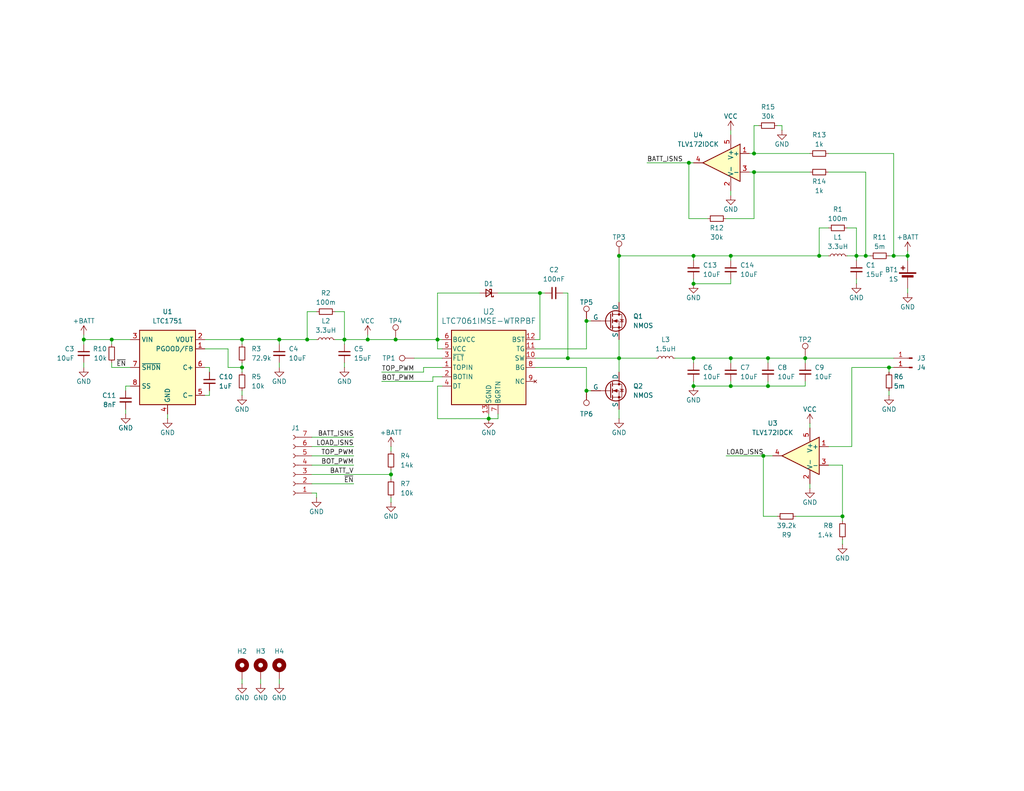
<source format=kicad_sch>
(kicad_sch (version 20231120) (generator "eeschema") (generator_version "8.0")
  (paper "USLetter")
  (title_block (title "Terminator Cutdown Power Stage") (date "2025-02-13") (rev "V1.0") (comment 1 "Michael Shipman"))
  (lib_symbols
    (symbol "Amplifier_Operational:TLV172IDCK" (pin_names (offset 0.127))
      (property "Reference" "U" (at 7.62 2.54 0))
      (property "Value" "TLV172IDCK" (at 11.43 -2.54 0))
      (symbol "TLV172IDCK_0_1"
        (polyline (pts (xy -2.54 5.08) (xy -2.54 -5.08) (xy 7.62 0) (xy -2.54 5.08)) (stroke (width 0.254)) (fill (type background)))
      )
      (symbol "TLV172IDCK_1_1"
        (pin input line (at -5.08 2.54 0) (length 2.54) (name "+") (number "1"))
        (pin power_in line (at 0 -7.62 90) (length 3.81) (name "V-") (number "2"))
        (pin input line (at -5.08 -2.54 0) (length 2.54) (name "-") (number "3"))
        (pin output line (at 10.16 0 180) (length 2.54) (name "~") (number "4"))
        (pin power_in line (at 0 7.62 270) (length 3.81) (name "V+") (number "5"))
      )
    )
    (symbol "BPP_Lib:LTC7061IMSE-WTRPBF" (pin_names (offset 0.254))
      (property "Reference" "U2" (at 0 15.24 0))
      (property "Value" "LTC7061IMSE-WTRPBF" (at 0 12.7 0))
      (symbol "LTC7061IMSE-WTRPBF_0_1"
        (pin input line (at -12.7 0 0) (length 2.54) (name "TOPIN") (number "1"))
        (pin unspecified line (at 12.7 2.54 180) (length 2.54) (name "SW") (number "10"))
        (pin output line (at 12.7 5.08 180) (length 2.54) (name "TG") (number "11"))
        (pin power_in line (at 12.7 7.62 180) (length 2.54) (name "BST") (number "12"))
        (pin power_out line (at 0 -12.7 90) (length 2.54) (name "SGND") (number "13"))
        (pin input line (at -12.7 -2.54 0) (length 2.54) (name "BOTIN") (number "2"))
        (pin unspecified line (at -12.7 -5.08 0) (length 2.54) (name "DT") (number "4"))
        (pin power_in line (at -12.7 5.08 0) (length 2.54) (name "VCC") (number "5"))
        (pin power_in line (at -12.7 7.62 0) (length 2.54) (name "BGVCC") (number "6"))
        (pin unspecified line (at 2.54 -12.7 90) (length 2.54) (name "BGRTN") (number "7"))
        (pin output line (at 12.7 0 180) (length 2.54) (name "BG") (number "8"))
        (pin no_connect line (at 12.7 -3.81 180) (length 2.54) (name "NC") (number "9"))
      )
      (symbol "LTC7061IMSE-WTRPBF_1_1"
        (rectangle (start -10.16 10.16) (end 10.16 -10.16) (stroke (width 0.254)) (fill (type background)))
        (pin output line (at -12.7 2.54 0) (length 2.54) (name "~{FLT}") (number "3"))
      )
    )
    (symbol "Connector:Conn_01x01_Pin" (pin_names (offset 1.016) hide)
      (property "Reference" "J" (at 0 2.54 0))
      (property "Value" "Conn_01x01_Pin" (at 0 -2.54 0))
      (symbol "Conn_01x01_Pin_1_1"
        (polyline (pts (xy 1.27 0) (xy 0.8636 0)) (stroke (width 0.1524)))
        (rectangle (start 0.8636 0.127) (end 0 -0.127) (stroke (width 0.1524)) (fill (type outline)))
        (pin passive line (at 5.08 0 180) (length 3.81) (name "Pin_1") (number "1"))
      )
    )
    (symbol "Connector:Conn_01x07_Socket" (pin_names (offset 1.016) hide)
      (property "Reference" "J" (at 0 10.16 0))
      (property "Value" "Conn_01x07_Socket" (at 0 -10.16 0))
      (symbol "Conn_01x07_Socket_1_1"
        (arc (start 0 -7.112) (mid -0.5058 -7.62) (end 0 -8.128) (stroke (width 0.1524)))
        (arc (start 0 -4.572) (mid -0.5058 -5.08) (end 0 -5.588) (stroke (width 0.1524)))
        (arc (start 0 -2.032) (mid -0.5058 -2.54) (end 0 -3.048) (stroke (width 0.1524)))
        (polyline (pts (xy -1.27 -7.62) (xy -0.508 -7.62)) (stroke (width 0.1524)))
        (polyline (pts (xy -1.27 -5.08) (xy -0.508 -5.08)) (stroke (width 0.1524)))
        (polyline (pts (xy -1.27 -2.54) (xy -0.508 -2.54)) (stroke (width 0.1524)))
        (polyline (pts (xy -1.27 0) (xy -0.508 0)) (stroke (width 0.1524)))
        (polyline (pts (xy -1.27 2.54) (xy -0.508 2.54)) (stroke (width 0.1524)))
        (polyline (pts (xy -1.27 5.08) (xy -0.508 5.08)) (stroke (width 0.1524)))
        (polyline (pts (xy -1.27 7.62) (xy -0.508 7.62)) (stroke (width 0.1524)))
        (arc (start 0 0.508) (mid -0.5058 0) (end 0 -0.508) (stroke (width 0.1524)))
        (arc (start 0 3.048) (mid -0.5058 2.54) (end 0 2.032) (stroke (width 0.1524)))
        (arc (start 0 5.588) (mid -0.5058 5.08) (end 0 4.572) (stroke (width 0.1524)))
        (arc (start 0 8.128) (mid -0.5058 7.62) (end 0 7.112) (stroke (width 0.1524)))
        (pin passive line (at -5.08 7.62 0) (length 3.81) (name "Pin_1") (number "1"))
        (pin passive line (at -5.08 5.08 0) (length 3.81) (name "Pin_2") (number "2"))
        (pin passive line (at -5.08 2.54 0) (length 3.81) (name "Pin_3") (number "3"))
        (pin passive line (at -5.08 0 0) (length 3.81) (name "Pin_4") (number "4"))
        (pin passive line (at -5.08 -2.54 0) (length 3.81) (name "Pin_5") (number "5"))
        (pin passive line (at -5.08 -5.08 0) (length 3.81) (name "Pin_6") (number "6"))
        (pin passive line (at -5.08 -7.62 0) (length 3.81) (name "Pin_7") (number "7"))
      )
    )
    (symbol "Connector:TestPoint" (pin_numbers hide) (pin_names (offset 0.762) hide)
      (property "Reference" "TP" (at 0 6.858 0))
      (property "Value" "TestPoint" (at 0 5.08 0))
      (symbol "TestPoint_0_1"
        (circle (center 0 3.302) (radius 0.762))
      )
      (symbol "TestPoint_1_1"
        (pin passive line (at 0 0 90) (length 2.54) (name "1") (number "1"))
      )
    )
    (symbol "Device:Battery_Cell" (pin_numbers hide) (pin_names (offset 0) hide)
      (property "Reference" "BT1" (at 3.81 3.1116 0))
      (property "Value" "1S" (at 3.81 0.5716 0))
      (symbol "Battery_Cell_0_1"
        (rectangle (start -2.286 1.778) (end 2.286 1.524) (fill (type outline)))
        (rectangle (start -1.524 1.016) (end 1.524 0.508) (fill (type outline)))
        (polyline (pts (xy 0 0.762) (xy 0 0)))
        (polyline (pts (xy 0 1.778) (xy 0 2.54)))
        (polyline (pts (xy 0.762 3.048) (xy 1.778 3.048)) (stroke (width 0.254)))
        (polyline (pts (xy 1.27 3.556) (xy 1.27 2.54)) (stroke (width 0.254)))
      )
      (symbol "Battery_Cell_1_1"
        (pin passive line (at 0 -2.54 90) (length 2.54) (name "-") (number "1"))
        (pin passive line (at 0 5.08 270) (length 2.54) (name "+") (number "2"))
      )
    )
    (symbol "Device:C_Small" (pin_numbers hide) (pin_names (offset 0.254) hide)
      (property "Reference" "C" (at 0.254 1.778 0))
      (property "Value" "C_Small" (at 0.254 -2.032 0))
      (symbol "C_Small_0_1"
        (polyline (pts (xy -1.524 -0.508) (xy 1.524 -0.508)) (stroke (width 0.3302)))
        (polyline (pts (xy -1.524 0.508) (xy 1.524 0.508)) (stroke (width 0.3048)))
      )
      (symbol "C_Small_1_1"
        (pin passive line (at 0 2.54 270) (length 2.032) (name "~") (number "1"))
        (pin passive line (at 0 -2.54 90) (length 2.032) (name "~") (number "2"))
      )
    )
    (symbol "Device:D_Schottky_Small" (pin_numbers hide) (pin_names (offset 0.254) hide)
      (property "Reference" "D" (at -1.27 2.032 0))
      (property "Value" "D_Schottky_Small" (at -7.112 -2.032 0))
      (symbol "D_Schottky_Small_0_1"
        (polyline (pts (xy -0.762 0) (xy 0.762 0)))
        (polyline (pts (xy 0.762 -1.016) (xy -0.762 0) (xy 0.762 1.016) (xy 0.762 -1.016)) (stroke (width 0.254)))
        (polyline (pts (xy -1.27 0.762) (xy -1.27 1.016) (xy -0.762 1.016) (xy -0.762 -1.016) (xy -0.254 -1.016) (xy -0.254 -0.762)) (stroke (width 0.254)))
      )
      (symbol "D_Schottky_Small_1_1"
        (pin passive line (at -2.54 0 0) (length 1.778) (name "K") (number "1"))
        (pin passive line (at 2.54 0 180) (length 1.778) (name "A") (number "2"))
      )
    )
    (symbol "Device:L_Small" (pin_numbers hide) (pin_names (offset 0.254) hide)
      (property "Reference" "L" (at 0.762 1.016 0))
      (property "Value" "L_Small" (at 0.762 -1.016 0))
      (symbol "L_Small_0_1"
        (arc (start 0 -2.032) (mid 0.5058 -1.524) (end 0 -1.016))
        (arc (start 0 -1.016) (mid 0.5058 -0.508) (end 0 0))
        (arc (start 0 0) (mid 0.5058 0.508) (end 0 1.016))
        (arc (start 0 1.016) (mid 0.5058 1.524) (end 0 2.032))
      )
      (symbol "L_Small_1_1"
        (pin passive line (at 0 2.54 270) (length 0.508) (name "~") (number "1"))
        (pin passive line (at 0 -2.54 90) (length 0.508) (name "~") (number "2"))
      )
    )
    (symbol "Device:R_Small" (pin_numbers hide) (pin_names (offset 0.254) hide)
      (property "Reference" "R" (at 0.762 0.508 0))
      (property "Value" "R_Small" (at 0.762 -1.016 0))
      (symbol "R_Small_0_1"
        (rectangle (start -0.762 1.778) (end 0.762 -1.778) (stroke (width 0.2032)))
      )
      (symbol "R_Small_1_1"
        (pin passive line (at 0 2.54 270) (length 0.762) (name "~") (number "1"))
        (pin passive line (at 0 -2.54 90) (length 0.762) (name "~") (number "2"))
      )
    )
    (symbol "Mechanical:MountingHole_Pad" (pin_numbers hide) (pin_names (offset 1.016) hide) (exclude_from_sim yes) (in_bom no)
      (property "Reference" "H" (at 0 6.35 0))
      (property "Value" "MountingHole_Pad" (at 0 4.445 0))
      (symbol "MountingHole_Pad_0_1"
        (circle (center 0 1.27) (radius 1.27) (stroke (width 1.27)))
      )
      (symbol "MountingHole_Pad_1_1"
        (pin input line (at 0 -2.54 90) (length 2.54) (name "1") (number "1"))
      )
    )
    (symbol "Regulator_SwitchedCapacitor:LTC1751"
      (property "Reference" "U" (at -6.35 12.7 0))
      (property "Value" "LTC1751" (at 5.08 12.7 0))
      (symbol "LTC1751_0_1"
        (rectangle (start -7.62 10.16) (end 7.62 -10.16) (stroke (width 0.254)) (fill (type background)))
      )
      (symbol "LTC1751_1_1"
        (pin output line (at 10.16 5.08 180) (length 2.54) (name "PGOOD/FB") (number "1"))
        (pin power_out line (at 10.16 7.62 180) (length 2.54) (name "VOUT") (number "2"))
        (pin power_in line (at -10.16 7.62 0) (length 2.54) (name "VIN") (number "3"))
        (pin power_in line (at 0 -12.7 90) (length 2.54) (name "GND") (number "4"))
        (pin input line (at 10.16 -7.62 180) (length 2.54) (name "C-") (number "5"))
        (pin input line (at 10.16 0 180) (length 2.54) (name "C+") (number "6"))
        (pin input line (at -10.16 0 0) (length 2.54) (name "~{SHDN}") (number "7"))
        (pin input line (at -10.16 -5.08 0) (length 2.54) (name "SS") (number "8"))
      )
    )
    (symbol "Simulation_SPICE:NMOS" (pin_numbers hide) (pin_names (offset 0))
      (property "Reference" "Q" (at 5.08 1.27 0))
      (property "Value" "NMOS" (at 5.08 -1.27 0))
      (symbol "NMOS_0_1"
        (polyline (pts (xy 0.254 0) (xy -2.54 0)))
        (polyline (pts (xy 0.254 1.905) (xy 0.254 -1.905)) (stroke (width 0.254)))
        (polyline (pts (xy 0.762 -1.27) (xy 0.762 -2.286)) (stroke (width 0.254)))
        (polyline (pts (xy 0.762 0.508) (xy 0.762 -0.508)) (stroke (width 0.254)))
        (polyline (pts (xy 0.762 2.286) (xy 0.762 1.27)) (stroke (width 0.254)))
        (polyline (pts (xy 2.54 2.54) (xy 2.54 1.778)))
        (polyline (pts (xy 2.54 -2.54) (xy 2.54 0) (xy 0.762 0)))
        (polyline (pts (xy 0.762 -1.778) (xy 3.302 -1.778) (xy 3.302 1.778) (xy 0.762 1.778)))
        (polyline (pts (xy 1.016 0) (xy 2.032 0.381) (xy 2.032 -0.381) (xy 1.016 0)) (fill (type outline)))
        (polyline (pts (xy 2.794 0.508) (xy 2.921 0.381) (xy 3.683 0.381) (xy 3.81 0.254)))
        (polyline (pts (xy 3.302 0.381) (xy 2.921 -0.254) (xy 3.683 -0.254) (xy 3.302 0.381)))
        (circle (center 1.651 0) (radius 2.794) (stroke (width 0.254)))
        (circle (center 2.54 -1.778) (radius 0.254) (fill (type outline)))
        (circle (center 2.54 1.778) (radius 0.254) (fill (type outline)))
      )
      (symbol "NMOS_1_1"
        (pin passive line (at 2.54 5.08 270) (length 2.54) (name "D") (number "1"))
        (pin input line (at -5.08 0 0) (length 2.54) (name "G") (number "2"))
        (pin passive line (at 2.54 -5.08 90) (length 2.54) (name "S") (number "3"))
      )
    )
    (symbol "TLV172IDCK_1" (pin_names (offset 0.127))
      (property "Reference" "U4" (at 7.62 -3.81 0))
      (property "Value" "TLV172IDCK" (at 7.62 -6.35 0))
      (symbol "TLV172IDCK_1_0_1"
        (polyline (pts (xy -2.54 5.08) (xy -2.54 -5.08) (xy 7.62 0) (xy -2.54 5.08)) (stroke (width 0.254)) (fill (type background)))
      )
      (symbol "TLV172IDCK_1_1_1"
        (pin input line (at -5.08 2.54 0) (length 2.54) (name "+") (number "1"))
        (pin power_in line (at 0 -7.62 90) (length 3.81) (name "V-") (number "2"))
        (pin input line (at -5.08 -2.54 0) (length 2.54) (name "-") (number "3"))
        (pin output line (at 10.16 0 180) (length 2.54) (name "~") (number "4"))
        (pin power_in line (at 0 7.62 270) (length 3.81) (name "V+") (number "5"))
      )
    )
    (symbol "power:+BATT" (power) (pin_numbers hide) (pin_names (offset 0) hide)
      (property "Value" "+BATT" (at 0 3.556 0))
      (symbol "+BATT_0_1"
        (polyline (pts (xy -0.762 1.27) (xy 0 2.54)))
        (polyline (pts (xy 0 0) (xy 0 2.54)))
        (polyline (pts (xy 0 2.54) (xy 0.762 1.27)))
      )
      (symbol "+BATT_1_1"
        (pin power_in line (at 0 0 90) (length 0) (name "~") (number "1"))
      )
    )
    (symbol "power:GND" (power) (pin_numbers hide) (pin_names (offset 0) hide)
      (property "Value" "GND" (at 0 -3.81 0))
      (symbol "GND_0_1"
        (polyline (pts (xy 0 0) (xy 0 -1.27) (xy 1.27 -1.27) (xy 0 -2.54) (xy -1.27 -1.27) (xy 0 -1.27)))
      )
      (symbol "GND_1_1"
        (pin power_in line (at 0 0 270) (length 0) (name "~") (number "1"))
      )
    )
    (symbol "power:VCC" (power) (pin_numbers hide) (pin_names (offset 0) hide)
      (property "Value" "VCC" (at 0 3.556 0))
      (symbol "VCC_0_1"
        (polyline (pts (xy -0.762 1.27) (xy 0 2.54)))
        (polyline (pts (xy 0 0) (xy 0 2.54)))
        (polyline (pts (xy 0 2.54) (xy 0.762 1.27)))
      )
      (symbol "VCC_1_1"
        (pin power_in line (at 0 0 90) (length 0) (name "~") (number "1"))
      )
    )
  )
  (junction (at 76.2 92.71))
  (junction (at 66.04 100.33))
  (junction (at 168.91 69.85))
  (junction (at 189.23 105.41))
  (junction (at 243.84 69.85))
  (junction (at 22.86 92.71))
  (junction (at 160.02 87.63))
  (junction (at 205.74 41.91))
  (junction (at 187.96 44.45))
  (junction (at 189.23 77.47))
  (junction (at 242.57 100.33))
  (junction (at 199.39 105.41))
  (junction (at 100.33 92.71))
  (junction (at 223.52 69.85))
  (junction (at 205.74 46.99))
  (junction (at 83.82 92.71))
  (junction (at 106.68 129.54))
  (junction (at 189.23 69.85))
  (junction (at 93.98 92.71))
  (junction (at 199.39 69.85))
  (junction (at 209.55 97.79))
  (junction (at 233.68 69.85))
  (junction (at 229.87 140.97))
  (junction (at 219.71 97.79))
  (junction (at 236.22 69.85))
  (junction (at 147.32 80.01))
  (junction (at 133.35 114.3))
  (junction (at 189.23 97.79))
  (junction (at 107.95 92.71))
  (junction (at 209.55 105.41))
  (junction (at 119.38 92.71))
  (junction (at 199.39 97.79))
  (junction (at 30.48 92.71))
  (junction (at 168.91 97.79))
  (junction (at 208.28 124.46))
  (junction (at 66.04 92.71))
  (junction (at 160.02 106.68))
  (junction (at 154.94 97.79))
  (junction (at 247.65 69.85))
  (wire (pts (xy 242.57 106.68) (xy 242.57 107.95)))
  (wire (pts (xy 104.14 104.14) (xy 118.11 104.14)))
  (wire (pts (xy 118.11 104.14) (xy 118.11 102.87)))
  (wire (pts (xy 93.98 92.71) (xy 100.33 92.71)))
  (wire (pts (xy 119.38 80.01) (xy 119.38 92.71)))
  (wire (pts (xy 209.55 105.41) (xy 209.55 104.14)))
  (wire (pts (xy 154.94 80.01) (xy 153.67 80.01)))
  (wire (pts (xy 208.28 140.97) (xy 208.28 124.46)))
  (wire (pts (xy 247.65 68.58) (xy 247.65 69.85)))
  (wire (pts (xy 57.15 107.95) (xy 57.15 106.68)))
  (wire (pts (xy 205.74 46.99) (xy 220.98 46.99)))
  (wire (pts (xy 232.41 121.92) (xy 232.41 100.33)))
  (wire (pts (xy 62.23 100.33) (xy 66.04 100.33)))
  (wire (pts (xy 30.48 92.71) (xy 35.56 92.71)))
  (wire (pts (xy 66.04 93.98) (xy 66.04 92.71)))
  (wire (pts (xy 199.39 35.56) (xy 199.39 36.83)))
  (wire (pts (xy 187.96 44.45) (xy 189.23 44.45)))
  (wire (pts (xy 106.68 135.89) (xy 106.68 137.16)))
  (wire (pts (xy 76.2 100.33) (xy 76.2 99.06)))
  (wire (pts (xy 91.44 92.71) (xy 93.98 92.71)))
  (wire (pts (xy 113.03 97.79) (xy 120.65 97.79)))
  (wire (pts (xy 147.32 92.71) (xy 147.32 80.01)))
  (wire (pts (xy 199.39 76.2) (xy 199.39 77.47)))
  (wire (pts (xy 147.32 80.01) (xy 148.59 80.01)))
  (wire (pts (xy 226.06 46.99) (xy 236.22 46.99)))
  (wire (pts (xy 120.65 105.41) (xy 119.38 105.41)))
  (wire (pts (xy 62.23 95.25) (xy 62.23 100.33)))
  (wire (pts (xy 76.2 92.71) (xy 83.82 92.71)))
  (wire (pts (xy 160.02 87.63) (xy 161.29 87.63)))
  (wire (pts (xy 236.22 69.85) (xy 236.22 46.99)))
  (wire (pts (xy 236.22 69.85) (xy 237.49 69.85)))
  (wire (pts (xy 231.14 69.85) (xy 233.68 69.85)))
  (wire (pts (xy 243.84 41.91) (xy 243.84 69.85)))
  (wire (pts (xy 219.71 97.79) (xy 219.71 99.06)))
  (wire (pts (xy 168.91 111.76) (xy 168.91 114.3)))
  (wire (pts (xy 76.2 92.71) (xy 66.04 92.71)))
  (wire (pts (xy 232.41 100.33) (xy 242.57 100.33)))
  (wire (pts (xy 247.65 78.74) (xy 247.65 80.01)))
  (wire (pts (xy 133.35 114.3) (xy 135.89 114.3)))
  (wire (pts (xy 242.57 100.33) (xy 243.84 100.33)))
  (wire (pts (xy 106.68 121.92) (xy 106.68 123.19)))
  (wire (pts (xy 189.23 97.79) (xy 199.39 97.79)))
  (wire (pts (xy 30.48 100.33) (xy 35.56 100.33)))
  (wire (pts (xy 45.72 113.03) (xy 45.72 114.3)))
  (wire (pts (xy 146.05 95.25) (xy 160.02 95.25)))
  (wire (pts (xy 209.55 97.79) (xy 219.71 97.79)))
  (wire (pts (xy 233.68 62.23) (xy 233.68 69.85)))
  (wire (pts (xy 57.15 101.6) (xy 57.15 100.33)))
  (wire (pts (xy 100.33 91.44) (xy 100.33 92.71)))
  (wire (pts (xy 199.39 69.85) (xy 223.52 69.85)))
  (wire (pts (xy 154.94 97.79) (xy 168.91 97.79)))
  (wire (pts (xy 212.09 34.29) (xy 213.36 34.29)))
  (wire (pts (xy 226.06 127) (xy 229.87 127)))
  (wire (pts (xy 85.09 124.46) (xy 96.52 124.46)))
  (wire (pts (xy 93.98 85.09) (xy 93.98 92.71)))
  (wire (pts (xy 85.09 121.92) (xy 96.52 121.92)))
  (wire (pts (xy 208.28 124.46) (xy 210.82 124.46)))
  (wire (pts (xy 205.74 41.91) (xy 220.98 41.91)))
  (wire (pts (xy 189.23 69.85) (xy 199.39 69.85)))
  (wire (pts (xy 199.39 105.41) (xy 209.55 105.41)))
  (wire (pts (xy 189.23 77.47) (xy 199.39 77.47)))
  (wire (pts (xy 133.35 113.03) (xy 133.35 114.3)))
  (wire (pts (xy 205.74 41.91) (xy 205.74 34.29)))
  (wire (pts (xy 233.68 76.2) (xy 233.68 77.47)))
  (wire (pts (xy 118.11 102.87) (xy 120.65 102.87)))
  (wire (pts (xy 85.09 127) (xy 96.52 127)))
  (wire (pts (xy 199.39 97.79) (xy 199.39 99.06)))
  (wire (pts (xy 106.68 129.54) (xy 106.68 130.81)))
  (wire (pts (xy 187.96 59.69) (xy 193.04 59.69)))
  (wire (pts (xy 135.89 80.01) (xy 147.32 80.01)))
  (wire (pts (xy 93.98 93.98) (xy 93.98 92.71)))
  (wire (pts (xy 55.88 95.25) (xy 62.23 95.25)))
  (wire (pts (xy 219.71 105.41) (xy 219.71 104.14)))
  (wire (pts (xy 22.86 92.71) (xy 30.48 92.71)))
  (wire (pts (xy 115.57 101.6) (xy 115.57 100.33)))
  (wire (pts (xy 55.88 107.95) (xy 57.15 107.95)))
  (wire (pts (xy 189.23 76.2) (xy 189.23 77.47)))
  (wire (pts (xy 236.22 69.85) (xy 233.68 69.85)))
  (wire (pts (xy 229.87 140.97) (xy 229.87 142.24)))
  (wire (pts (xy 34.29 106.68) (xy 34.29 105.41)))
  (wire (pts (xy 34.29 113.03) (xy 34.29 111.76)))
  (wire (pts (xy 119.38 105.41) (xy 119.38 114.3)))
  (wire (pts (xy 66.04 106.68) (xy 66.04 107.95)))
  (wire (pts (xy 204.47 41.91) (xy 205.74 41.91)))
  (wire (pts (xy 30.48 100.33) (xy 30.48 99.06)))
  (wire (pts (xy 83.82 92.71) (xy 86.36 92.71)))
  (wire (pts (xy 212.09 140.97) (xy 208.28 140.97)))
  (wire (pts (xy 220.98 132.08) (xy 220.98 133.35)))
  (wire (pts (xy 71.12 185.42) (xy 71.12 186.69)))
  (wire (pts (xy 205.74 46.99) (xy 205.74 59.69)))
  (wire (pts (xy 66.04 185.42) (xy 66.04 186.69)))
  (wire (pts (xy 154.94 97.79) (xy 154.94 80.01)))
  (wire (pts (xy 189.23 105.41) (xy 199.39 105.41)))
  (wire (pts (xy 247.65 71.12) (xy 247.65 69.85)))
  (wire (pts (xy 219.71 97.79) (xy 243.84 97.79)))
  (wire (pts (xy 199.39 52.07) (xy 199.39 53.34)))
  (wire (pts (xy 229.87 147.32) (xy 229.87 148.59)))
  (wire (pts (xy 66.04 92.71) (xy 55.88 92.71)))
  (wire (pts (xy 199.39 97.79) (xy 209.55 97.79)))
  (wire (pts (xy 100.33 92.71) (xy 107.95 92.71)))
  (wire (pts (xy 83.82 92.71) (xy 83.82 85.09)))
  (wire (pts (xy 199.39 69.85) (xy 199.39 71.12)))
  (wire (pts (xy 115.57 100.33) (xy 120.65 100.33)))
  (wire (pts (xy 209.55 105.41) (xy 219.71 105.41)))
  (wire (pts (xy 104.14 101.6) (xy 115.57 101.6)))
  (wire (pts (xy 93.98 99.06) (xy 93.98 100.33)))
  (wire (pts (xy 34.29 105.41) (xy 35.56 105.41)))
  (wire (pts (xy 119.38 114.3) (xy 133.35 114.3)))
  (wire (pts (xy 22.86 91.44) (xy 22.86 92.71)))
  (wire (pts (xy 85.09 119.38) (xy 96.52 119.38)))
  (wire (pts (xy 66.04 100.33) (xy 66.04 101.6)))
  (wire (pts (xy 83.82 85.09) (xy 86.36 85.09)))
  (wire (pts (xy 189.23 69.85) (xy 189.23 71.12)))
  (wire (pts (xy 85.09 129.54) (xy 106.68 129.54)))
  (wire (pts (xy 242.57 100.33) (xy 242.57 101.6)))
  (wire (pts (xy 168.91 69.85) (xy 168.91 82.55)))
  (wire (pts (xy 213.36 34.29) (xy 213.36 35.56)))
  (wire (pts (xy 86.36 135.89) (xy 86.36 134.62)))
  (wire (pts (xy 135.89 114.3) (xy 135.89 113.03)))
  (wire (pts (xy 243.84 69.85) (xy 242.57 69.85)))
  (wire (pts (xy 91.44 85.09) (xy 93.98 85.09)))
  (wire (pts (xy 205.74 34.29) (xy 207.01 34.29)))
  (wire (pts (xy 168.91 69.85) (xy 189.23 69.85)))
  (wire (pts (xy 76.2 93.98) (xy 76.2 92.71)))
  (wire (pts (xy 247.65 69.85) (xy 243.84 69.85)))
  (wire (pts (xy 223.52 69.85) (xy 223.52 62.23)))
  (wire (pts (xy 229.87 127) (xy 229.87 140.97)))
  (wire (pts (xy 209.55 97.79) (xy 209.55 99.06)))
  (wire (pts (xy 22.86 99.06) (xy 22.86 100.33)))
  (wire (pts (xy 76.2 185.42) (xy 76.2 186.69)))
  (wire (pts (xy 106.68 129.54) (xy 106.68 128.27)))
  (wire (pts (xy 146.05 92.71) (xy 147.32 92.71)))
  (wire (pts (xy 160.02 100.33) (xy 160.02 106.68)))
  (wire (pts (xy 187.96 59.69) (xy 187.96 44.45)))
  (wire (pts (xy 199.39 105.41) (xy 199.39 104.14)))
  (wire (pts (xy 66.04 100.33) (xy 66.04 99.06)))
  (wire (pts (xy 168.91 97.79) (xy 179.07 97.79)))
  (wire (pts (xy 120.65 95.25) (xy 119.38 95.25)))
  (wire (pts (xy 204.47 46.99) (xy 205.74 46.99)))
  (wire (pts (xy 146.05 97.79) (xy 154.94 97.79)))
  (wire (pts (xy 168.91 97.79) (xy 168.91 101.6)))
  (wire (pts (xy 184.15 97.79) (xy 189.23 97.79)))
  (wire (pts (xy 30.48 93.98) (xy 30.48 92.71)))
  (wire (pts (xy 85.09 132.08) (xy 96.52 132.08)))
  (wire (pts (xy 168.91 97.79) (xy 168.91 92.71)))
  (wire (pts (xy 189.23 104.14) (xy 189.23 105.41)))
  (wire (pts (xy 223.52 62.23) (xy 226.06 62.23)))
  (wire (pts (xy 233.68 71.12) (xy 233.68 69.85)))
  (wire (pts (xy 119.38 95.25) (xy 119.38 92.71)))
  (wire (pts (xy 198.12 59.69) (xy 205.74 59.69)))
  (wire (pts (xy 198.12 124.46) (xy 208.28 124.46)))
  (wire (pts (xy 223.52 69.85) (xy 226.06 69.85)))
  (wire (pts (xy 229.87 140.97) (xy 217.17 140.97)))
  (wire (pts (xy 226.06 121.92) (xy 232.41 121.92)))
  (wire (pts (xy 231.14 62.23) (xy 233.68 62.23)))
  (wire (pts (xy 57.15 100.33) (xy 55.88 100.33)))
  (wire (pts (xy 176.53 44.45) (xy 187.96 44.45)))
  (wire (pts (xy 86.36 134.62) (xy 85.09 134.62)))
  (wire (pts (xy 120.65 92.71) (xy 119.38 92.71)))
  (wire (pts (xy 107.95 92.71) (xy 119.38 92.71)))
  (wire (pts (xy 119.38 80.01) (xy 130.81 80.01)))
  (wire (pts (xy 160.02 106.68) (xy 161.29 106.68)))
  (wire (pts (xy 226.06 41.91) (xy 243.84 41.91)))
  (wire (pts (xy 220.98 115.57) (xy 220.98 116.84)))
  (wire (pts (xy 22.86 92.71) (xy 22.86 93.98)))
  (wire (pts (xy 189.23 97.79) (xy 189.23 99.06)))
  (wire (pts (xy 160.02 95.25) (xy 160.02 87.63)))
  (wire (pts (xy 146.05 100.33) (xy 160.02 100.33)))
  (label "TOP_PWM" (at 96.52 124.46 180))
  (label "TOP_PWM" (at 104.14 101.6 0))
  (label "BATT_ISNS" (at 176.53 44.45 0))
  (label "~{EN}" (at 31.75 100.33 0))
  (label "LOAD_ISNS" (at 198.12 124.46 0))
  (label "BOT_PWM" (at 96.52 127 180))
  (label "BOT_PWM" (at 104.14 104.14 0))
  (label "BATT_V" (at 96.52 129.54 180))
  (label "LOAD_ISNS" (at 96.52 121.92 180))
  (label "BATT_ISNS" (at 96.52 119.38 180))
  (label "~{EN}" (at 96.52 132.08 180))
  (symbol (lib_id "Amplifier_Operational:TLV172IDCK") (at 220.98 124.46 0) (mirror y) (unit 1)
    (property "Reference" "U3" (at 210.82 115.57 0))
    (property "Value" "TLV172IDCK" (at 210.82 118.11 0))
    (property "Footprint" "Package_TO_SOT_SMD:SOT-353_SC-70-5" (effects (hide yes)))
    (property "Datasheet" "http://www.ti.com/lit/ds/symlink/tlv172.pdf" (effects (hide yes)))
    (property "Description" "Low-power Operational Amplifier, SOT-353" (effects (hide yes)))
  )
  (symbol (lib_id "power:GND") (at 189.23 77.47 0) (unit 1)
    (property "Reference" "#PWR022" (effects (hide yes)))
    (property "Value" "GND" (at 189.23 81.28 0))
    (property "Description" "Power symbol creates a global label with name \"GND\" , ground" (effects (hide yes)))
  )
  (symbol (lib_id "Device:R_Small") (at 228.6 62.23 90) (unit 1)
    (property "Reference" "R1" (at 228.6 57.15 90))
    (property "Value" "100m" (at 228.6 59.69 90))
    (property "Footprint" "Capacitor_SMD:C_0603_1608Metric" (effects (hide yes)))
    (property "Description" "Resistor, small symbol" (effects (hide yes)))
  )
  (symbol (lib_id "power:+BATT") (at 22.86 91.44 0) (unit 1)
    (property "Reference" "#PWR017" (effects (hide yes)))
    (property "Value" "+BATT" (at 22.86 87.63 0))
    (property "Description" "Power symbol creates a global label with name \"+BATT\"" (effects (hide yes)))
  )
  (symbol (lib_id "Mechanical:MountingHole_Pad") (at 76.2 182.88 0) (unit 1) (exclude_from_sim yes) (in_bom no)
    (property "Reference" "H4" (at 76.2 177.8 0))
    (property "Value" "MountingHole_Pad" (effects (hide yes)))
    (property "Footprint" "MountingHole:MountingHole_2.2mm_M2_DIN965_Pad" (effects (hide yes)))
    (property "Description" "Mounting Hole with connection" (effects (hide yes)))
  )
  (symbol (lib_id "Device:R_Small") (at 66.04 104.14 0) (unit 1)
    (property "Reference" "R5" (at 68.58 102.8699 0) (effects (justify left)))
    (property "Value" "10k" (at 68.58 105.4099 0) (effects (justify left)))
    (property "Footprint" "Resistor_SMD:R_0402_1005Metric" (effects (hide yes)))
    (property "Description" "Resistor, small symbol" (effects (hide yes)))
  )
  (symbol (lib_id "Device:R_Small") (at 106.68 133.35 0) (unit 1)
    (property "Reference" "R7" (at 109.22 132.0799 0) (effects (justify left)))
    (property "Value" "10k" (at 109.22 134.6199 0) (effects (justify left)))
    (property "Footprint" "Resistor_SMD:R_0402_1005Metric" (effects (hide yes)))
    (property "Description" "Resistor, small symbol" (effects (hide yes)))
  )
  (symbol (lib_id "Simulation_SPICE:NMOS") (at 166.37 106.68 0) (unit 1)
    (property "Reference" "Q2" (at 172.72 105.4099 0) (effects (justify left)))
    (property "Value" "NMOS" (at 172.72 107.9499 0) (effects (justify left)))
    (property "Footprint" "BPP_Lib:CSD17307Q5A" (effects (hide yes)))
    (property "Datasheet" "https://ngspice.sourceforge.io/docs/ngspice-html-manual/manual.xhtml#cha_MOSFETs" (effects (hide yes)))
    (property "Description" "N-MOSFET transistor, drain/source/gate" (effects (hide yes)))
    (property "Sim.Device" "NMOS" (effects (hide yes)))
    (property "Sim.Type" "VDMOS" (effects (hide yes)))
    (property "Sim.Pins" "1=D 2=G 3=S" (effects (hide yes)))
  )
  (symbol (lib_name "TLV172IDCK_1") (lib_id "Amplifier_Operational:TLV172IDCK") (at 199.39 44.45 0) (mirror y) (unit 1)
    (property "Reference" "U4" (at 190.5 36.83 0))
    (property "Value" "TLV172IDCK" (at 190.5 39.37 0))
    (property "Footprint" "Package_TO_SOT_SMD:SOT-353_SC-70-5" (effects (hide yes)))
    (property "Datasheet" "http://www.ti.com/lit/ds/symlink/tlv172.pdf" (effects (hide yes)))
    (property "Description" "Low-power Operational Amplifier, SOT-353" (effects (hide yes)))
  )
  (symbol (lib_id "Connector:Conn_01x01_Pin") (at 248.92 100.33 180) (unit 1)
    (property "Reference" "J4" (at 250.19 100.33 0) (effects (justify right)))
    (property "Value" "Conn_01x01_Pin" (effects (hide yes)))
    (property "Footprint" "MountingHole:MountingHole_2.2mm_M2_DIN965_Pad" (effects (hide yes)))
    (property "Description" "Generic connector, single row, 01x01, script generated" (effects (hide yes)))
  )
  (symbol (lib_id "Device:R_Small") (at 195.58 59.69 90) (mirror x) (unit 1)
    (property "Reference" "R12" (at 195.58 62.23 90))
    (property "Value" "30k" (at 195.58 64.77 90))
    (property "Footprint" "Resistor_SMD:R_0402_1005Metric" (effects (hide yes)))
    (property "Description" "Resistor, small symbol" (effects (hide yes)))
  )
  (symbol (lib_id "Device:C_Small") (at 219.71 101.6 0) (unit 1)
    (property "Reference" "C9" (at 222.25 100.3362 0) (effects (justify left)))
    (property "Value" "10uF" (at 222.25 102.8762 0) (effects (justify left)))
    (property "Footprint" "Capacitor_SMD:C_1206_3216Metric" (effects (hide yes)))
    (property "Description" "CL31B106KAHNFNE" (effects (hide yes)))
  )
  (symbol (lib_id "Device:C_Small") (at 209.55 101.6 0) (unit 1)
    (property "Reference" "C8" (at 212.09 100.3362 0) (effects (justify left)))
    (property "Value" "10uF" (at 212.09 102.8762 0) (effects (justify left)))
    (property "Footprint" "Capacitor_SMD:C_1206_3216Metric" (effects (hide yes)))
    (property "Description" "CL31B106KAHNFNE" (effects (hide yes)))
  )
  (symbol (lib_id "Device:R_Small") (at 88.9 85.09 90) (unit 1)
    (property "Reference" "R2" (at 88.9 80.01 90))
    (property "Value" "100m" (at 88.9 82.55 90))
    (property "Footprint" "Capacitor_SMD:C_0603_1608Metric" (effects (hide yes)))
    (property "Description" "Resistor, small symbol" (effects (hide yes)))
  )
  (symbol (lib_id "power:GND") (at 168.91 114.3 0) (unit 1)
    (property "Reference" "#PWR011" (effects (hide yes)))
    (property "Value" "GND" (at 168.91 118.11 0))
    (property "Description" "Power symbol creates a global label with name \"GND\" , ground" (effects (hide yes)))
  )
  (symbol (lib_id "Device:C_Small") (at 189.23 101.6 0) (unit 1)
    (property "Reference" "C6" (at 191.77 100.3362 0) (effects (justify left)))
    (property "Value" "10uF" (at 191.77 102.8762 0) (effects (justify left)))
    (property "Footprint" "Capacitor_SMD:C_1206_3216Metric" (effects (hide yes)))
    (property "Description" "CL31B106KAHNFNE" (effects (hide yes)))
  )
  (symbol (lib_id "Device:R_Small") (at 223.52 41.91 90) (unit 1)
    (property "Reference" "R13" (at 223.52 36.83 90))
    (property "Value" "1k" (at 223.52 39.37 90))
    (property "Footprint" "Resistor_SMD:R_0402_1005Metric" (effects (hide yes)))
    (property "Description" "Resistor, small symbol" (effects (hide yes)))
  )
  (symbol (lib_id "Device:L_Small") (at 181.61 97.79 90) (unit 1)
    (property "Reference" "L3" (at 181.61 92.71 90))
    (property "Value" "1.5uH" (at 181.61 95.25 90))
    (property "Footprint" "BPP_Lib:IHLP2020CZER1R5M8A" (effects (hide yes)))
    (property "Datasheet" "IHLP2020CZER1R5M8A" (effects (hide yes)))
    (property "Description" "Inductor, small symbol" (effects (hide yes)))
  )
  (symbol (lib_id "power:GND") (at 242.57 107.95 0) (unit 1)
    (property "Reference" "#PWR012" (effects (hide yes)))
    (property "Value" "GND" (at 242.57 111.76 0))
    (property "Description" "Power symbol creates a global label with name \"GND\" , ground" (effects (hide yes)))
  )
  (symbol (lib_id "Device:C_Small") (at 199.39 101.6 0) (unit 1)
    (property "Reference" "C7" (at 201.93 100.3362 0) (effects (justify left)))
    (property "Value" "10uF" (at 201.93 102.8762 0) (effects (justify left)))
    (property "Footprint" "Capacitor_SMD:C_1206_3216Metric" (effects (hide yes)))
    (property "Description" "CL31B106KAHNFNE" (effects (hide yes)))
  )
  (symbol (lib_id "power:VCC") (at 199.39 35.56 0) (mirror y) (unit 1)
    (property "Reference" "#PWR023" (effects (hide yes)))
    (property "Value" "VCC" (at 199.39 31.75 0))
    (property "Description" "Power symbol creates a global label with name \"VCC\"" (effects (hide yes)))
  )
  (symbol (lib_id "Device:C_Small") (at 34.29 109.22 0) (unit 1)
    (property "Reference" "C11" (at 31.75 107.9562 0) (effects (justify right)))
    (property "Value" "8nF" (at 31.75 110.4962 0) (effects (justify right)))
    (property "Footprint" "Capacitor_SMD:C_0603_1608Metric" (effects (hide yes)))
    (property "Description" "Unpolarized capacitor, small symbol" (effects (hide yes)))
  )
  (symbol (lib_id "Device:R_Small") (at 106.68 125.73 0) (unit 1)
    (property "Reference" "R4" (at 109.22 124.4599 0) (effects (justify left)))
    (property "Value" "14k" (at 109.22 126.9999 0) (effects (justify left)))
    (property "Footprint" "Resistor_SMD:R_0402_1005Metric" (effects (hide yes)))
    (property "Description" "Resistor, small symbol" (effects (hide yes)))
  )
  (symbol (lib_id "Connector:TestPoint") (at 107.95 92.71 0) (unit 1)
    (property "Reference" "TP4" (at 107.95 87.63 0))
    (property "Value" "TestPoint" (effects (hide yes)))
    (property "Footprint" "TestPoint:TestPoint_Keystone_5000-5004_Miniature" (effects (hide yes)))
    (property "Description" "test point" (effects (hide yes)))
  )
  (symbol (lib_id "power:GND") (at 133.35 114.3 0) (unit 1)
    (property "Reference" "#PWR010" (effects (hide yes)))
    (property "Value" "GND" (at 133.35 118.11 0))
    (property "Description" "Power symbol creates a global label with name \"GND\" , ground" (effects (hide yes)))
  )
  (symbol (lib_id "Connector:Conn_01x01_Pin") (at 248.92 97.79 180) (unit 1)
    (property "Reference" "J3" (at 250.19 97.79 0) (effects (justify right)))
    (property "Value" "Conn_01x01_Pin" (effects (hide yes)))
    (property "Footprint" "MountingHole:MountingHole_2.2mm_M2_DIN965_Pad" (effects (hide yes)))
    (property "Description" "Generic connector, single row, 01x01, script generated" (effects (hide yes)))
  )
  (symbol (lib_id "Device:D_Schottky_Small") (at 133.35 80.01 180) (unit 1)
    (property "Reference" "D1" (at 133.35 77.47 0))
    (property "Value" "D_Schottky_Small" (effects (hide yes)))
    (property "Footprint" "Diode_SMD:D_SMA" (effects (hide yes)))
    (property "Description" "Schottky diode, small symbol" (effects (hide yes)))
  )
  (symbol (lib_id "power:GND") (at 76.2 186.69 0) (unit 1)
    (property "Reference" "#PWR029" (effects (hide yes)))
    (property "Value" "GND" (at 76.2 190.5 0))
    (property "Description" "Power symbol creates a global label with name \"GND\" , ground" (effects (hide yes)))
  )
  (symbol (lib_id "power:GND") (at 189.23 105.41 0) (unit 1)
    (property "Reference" "#PWR06" (effects (hide yes)))
    (property "Value" "GND" (at 189.23 109.22 0))
    (property "Description" "Power symbol creates a global label with name \"GND\" , ground" (effects (hide yes)))
  )
  (symbol (lib_id "Device:C_Small") (at 189.23 73.66 0) (unit 1)
    (property "Reference" "C13" (at 191.77 72.3962 0) (effects (justify left)))
    (property "Value" "10uF" (at 191.77 74.9362 0) (effects (justify left)))
    (property "Footprint" "Capacitor_SMD:C_1206_3216Metric" (effects (hide yes)))
    (property "Description" "CL31B106KAHNFNE" (effects (hide yes)))
  )
  (symbol (lib_id "Device:C_Small") (at 151.13 80.01 90) (unit 1)
    (property "Reference" "C2" (at 151.1363 73.66 90))
    (property "Value" "100nF" (at 151.1363 76.2 90))
    (property "Footprint" "Capacitor_SMD:C_0603_1608Metric" (effects (hide yes)))
    (property "Description" "Unpolarized capacitor, small symbol" (effects (hide yes)))
  )
  (symbol (lib_id "power:GND") (at 247.65 80.01 0) (mirror y) (unit 1)
    (property "Reference" "#PWR02" (effects (hide yes)))
    (property "Value" "GND" (at 247.65 83.82 0))
    (property "Description" "Power symbol creates a global label with name \"GND\" , ground" (effects (hide yes)))
  )
  (symbol (lib_id "Device:R_Small") (at 242.57 104.14 180) (unit 1)
    (property "Reference" "R6" (at 243.84 102.87 0) (effects (justify right)))
    (property "Value" "5m" (at 243.84 105.41 0) (effects (justify right)))
    (property "Footprint" "Resistor_SMD:R_2512_6332Metric" (effects (hide yes)))
    (property "Description" "Resistor, small symbol" (effects (hide yes)))
  )
  (symbol (lib_id "Connector:TestPoint") (at 113.03 97.79 90) (unit 1)
    (property "Reference" "TP1" (at 107.95 97.79 90) (effects (justify left)))
    (property "Value" "TestPoint" (effects (hide yes)))
    (property "Footprint" "TestPoint:TestPoint_Keystone_5000-5004_Miniature" (effects (hide yes)))
    (property "Description" "test point" (effects (hide yes)))
  )
  (symbol (lib_id "power:+BATT") (at 106.68 121.92 0) (unit 1)
    (property "Reference" "#PWR015" (effects (hide yes)))
    (property "Value" "+BATT" (at 106.68 118.11 0))
    (property "Description" "Power symbol creates a global label with name \"+BATT\"" (effects (hide yes)))
  )
  (symbol (lib_id "Device:R_Small") (at 209.55 34.29 90) (mirror x) (unit 1)
    (property "Reference" "R15" (at 209.55 29.21 90))
    (property "Value" "30k" (at 209.55 31.75 90))
    (property "Footprint" "Resistor_SMD:R_0402_1005Metric" (effects (hide yes)))
    (property "Description" "Resistor, small symbol" (effects (hide yes)))
  )
  (symbol (lib_id "Device:R_Small") (at 223.52 46.99 90) (mirror x) (unit 1)
    (property "Reference" "R14" (at 223.52 49.53 90))
    (property "Value" "1k" (at 223.52 52.07 90))
    (property "Footprint" "Resistor_SMD:R_0402_1005Metric" (effects (hide yes)))
    (property "Description" "Resistor, small symbol" (effects (hide yes)))
  )
  (symbol (lib_id "Simulation_SPICE:NMOS") (at 166.37 87.63 0) (unit 1)
    (property "Reference" "Q1" (at 172.72 86.3599 0) (effects (justify left)))
    (property "Value" "NMOS" (at 172.72 88.8999 0) (effects (justify left)))
    (property "Footprint" "BPP_Lib:CSD17307Q5A" (effects (hide yes)))
    (property "Datasheet" "https://ngspice.sourceforge.io/docs/ngspice-html-manual/manual.xhtml#cha_MOSFETs" (effects (hide yes)))
    (property "Description" "N-MOSFET transistor, drain/source/gate" (effects (hide yes)))
    (property "Sim.Device" "NMOS" (effects (hide yes)))
    (property "Sim.Type" "VDMOS" (effects (hide yes)))
    (property "Sim.Pins" "1=D 2=G 3=S" (effects (hide yes)))
  )
  (symbol (lib_id "Regulator_SwitchedCapacitor:LTC1751") (at 45.72 100.33 0) (unit 1)
    (property "Reference" "U1" (at 45.72 85.09 0))
    (property "Value" "LTC1751" (at 45.72 87.63 0))
    (property "Footprint" "Package_SO:MSOP-8_3x3mm_P0.65mm" (effects (hide yes)))
    (property "Datasheet" "https://www.analog.com/media/en/technical-documentation/data-sheets/1751f.pdf" (effects (hide yes)))
    (property "Description" "100mA charge-pump, MSOP-8" (effects (hide yes)))
  )
  (symbol (lib_id "Device:R_Small") (at 66.04 96.52 0) (unit 1)
    (property "Reference" "R3" (at 68.58 95.2499 0) (effects (justify left)))
    (property "Value" "72.9k" (at 68.58 97.7899 0) (effects (justify left)))
    (property "Footprint" "Resistor_SMD:R_0402_1005Metric" (effects (hide yes)))
    (property "Description" "Resistor, small symbol" (effects (hide yes)))
  )
  (symbol (lib_id "Device:C_Small") (at 233.68 73.66 0) (unit 1)
    (property "Reference" "C1" (at 236.22 72.3962 0) (effects (justify left)))
    (property "Value" "15uF" (at 236.22 74.9362 0) (effects (justify left)))
    (property "Footprint" "Capacitor_SMD:C_1206_3216Metric" (effects (hide yes)))
    (property "Description" "Unpolarized capacitor, small symbol" (effects (hide yes)))
  )
  (symbol (lib_id "power:GND") (at 233.68 77.47 0) (unit 1)
    (property "Reference" "#PWR01" (effects (hide yes)))
    (property "Value" "GND" (at 233.68 81.28 0))
    (property "Description" "Power symbol creates a global label with name \"GND\" , ground" (effects (hide yes)))
  )
  (symbol (lib_id "power:+BATT") (at 247.65 68.58 0) (unit 1)
    (property "Reference" "#PWR014" (effects (hide yes)))
    (property "Value" "+BATT" (at 247.65 64.77 0))
    (property "Description" "Power symbol creates a global label with name \"+BATT\"" (effects (hide yes)))
  )
  (symbol (lib_id "Device:C_Small") (at 76.2 96.52 0) (unit 1)
    (property "Reference" "C4" (at 78.74 95.2562 0) (effects (justify left)))
    (property "Value" "10uF" (at 78.74 97.7962 0) (effects (justify left)))
    (property "Footprint" "Capacitor_SMD:C_0805_2012Metric" (effects (hide yes)))
    (property "Description" "Unpolarized capacitor, small symbol" (effects (hide yes)))
  )
  (symbol (lib_id "Device:R_Small") (at 30.48 96.52 0) (unit 1)
    (property "Reference" "R10" (at 29.21 95.25 0) (effects (justify right)))
    (property "Value" "10k" (at 29.21 97.79 0) (effects (justify right)))
    (property "Footprint" "Resistor_SMD:R_0402_1005Metric" (effects (hide yes)))
    (property "Description" "Resistor, small symbol" (effects (hide yes)))
  )
  (symbol (lib_id "power:GND") (at 229.87 148.59 0) (mirror y) (unit 1)
    (property "Reference" "#PWR021" (effects (hide yes)))
    (property "Value" "GND" (at 229.87 152.4 0))
    (property "Description" "Power symbol creates a global label with name \"GND\" , ground" (effects (hide yes)))
  )
  (symbol (lib_id "Device:R_Small") (at 240.03 69.85 270) (unit 1)
    (property "Reference" "R11" (at 240.03 64.77 90))
    (property "Value" "5m" (at 240.03 67.31 90))
    (property "Footprint" "Resistor_SMD:R_2512_6332Metric" (effects (hide yes)))
    (property "Description" "Resistor, small symbol" (effects (hide yes)))
  )
  (symbol (lib_id "Connector:TestPoint") (at 160.02 106.68 0) (mirror x) (unit 1)
    (property "Reference" "TP6" (at 160.02 113.03 0))
    (property "Value" "TestPoint" (effects (hide yes)))
    (property "Footprint" "TestPoint:TestPoint_Pad_D1.0mm" (effects (hide yes)))
    (property "Description" "test point" (effects (hide yes)))
  )
  (symbol (lib_id "power:GND") (at 71.12 186.69 0) (unit 1)
    (property "Reference" "#PWR028" (effects (hide yes)))
    (property "Value" "GND" (at 71.12 190.5 0))
    (property "Description" "Power symbol creates a global label with name \"GND\" , ground" (effects (hide yes)))
  )
  (symbol (lib_id "power:GND") (at 66.04 107.95 0) (unit 1)
    (property "Reference" "#PWR07" (effects (hide yes)))
    (property "Value" "GND" (at 66.04 111.76 0))
    (property "Description" "Power symbol creates a global label with name \"GND\" , ground" (effects (hide yes)))
  )
  (symbol (lib_id "Mechanical:MountingHole_Pad") (at 66.04 182.88 0) (unit 1) (exclude_from_sim yes) (in_bom no)
    (property "Reference" "H2" (at 66.04 177.8 0))
    (property "Value" "MountingHole_Pad" (effects (hide yes)))
    (property "Footprint" "MountingHole:MountingHole_2.2mm_M2_DIN965_Pad" (effects (hide yes)))
    (property "Description" "Mounting Hole with connection" (effects (hide yes)))
  )
  (symbol (lib_id "BPP_Lib:LTC7061IMSE-WTRPBF") (at 133.35 100.33 0) (unit 1)
    (property "Reference" "U2" (at 133.35 85.09 0) (effects (font (size 1.524 1.524))))
    (property "Value" "LTC7061IMSE-WTRPBF" (at 133.35 87.63 0) (effects (font (size 1.524 1.524))))
    (property "Footprint" "Package_SO:MSOP-12-1EP_3x4mm_P0.65mm_EP1.65x2.85mm" (effects (hide yes)))
    (property "Datasheet" "LTC7061IMSE-WTRPBF" (effects (hide yes)))
  )
  (symbol (lib_id "Device:Battery_Cell") (at 247.65 76.2 0) (mirror y) (unit 1)
    (property "Reference" "BT1" (at 245.11 73.66 0) (effects (justify left)))
    (property "Value" "1S" (at 245.11 76.2 0) (effects (justify left)))
    (property "Footprint" "Connector_AMASS:AMASS_XT30U-F_1x02_P5.0mm_Vertical" (effects (hide yes)))
    (property "Description" "Single-cell battery" (effects (hide yes)))
  )
  (symbol (lib_id "power:GND") (at 86.36 135.89 0) (unit 1)
    (property "Reference" "#PWR013" (effects (hide yes)))
    (property "Value" "GND" (at 86.36 139.7 0))
    (property "Description" "Power symbol creates a global label with name \"GND\" , ground" (effects (hide yes)))
  )
  (symbol (lib_id "Connector:TestPoint") (at 160.02 87.63 0) (mirror y) (unit 1)
    (property "Reference" "TP5" (at 160.02 82.55 0))
    (property "Value" "TestPoint" (effects (hide yes)))
    (property "Footprint" "TestPoint:TestPoint_Pad_D1.0mm" (effects (hide yes)))
    (property "Description" "test point" (effects (hide yes)))
  )
  (symbol (lib_id "power:GND") (at 76.2 100.33 0) (unit 1)
    (property "Reference" "#PWR04" (effects (hide yes)))
    (property "Value" "GND" (at 76.2 104.14 0))
    (property "Description" "Power symbol creates a global label with name \"GND\" , ground" (effects (hide yes)))
  )
  (symbol (lib_id "power:GND") (at 213.36 35.56 0) (mirror y) (unit 1)
    (property "Reference" "#PWR025" (effects (hide yes)))
    (property "Value" "GND" (at 213.36 39.37 0))
    (property "Description" "Power symbol creates a global label with name \"GND\" , ground" (effects (hide yes)))
  )
  (symbol (lib_id "Device:L_Small") (at 88.9 92.71 90) (unit 1)
    (property "Reference" "L2" (at 88.9 87.63 90))
    (property "Value" "3.3uH" (at 88.9 90.17 90))
    (property "Footprint" "Inductor_SMD:L_1210_3225Metric" (effects (hide yes)))
    (property "Description" "Inductor, small symbol" (effects (hide yes)))
  )
  (symbol (lib_id "Device:C_Small") (at 22.86 96.52 0) (mirror y) (unit 1)
    (property "Reference" "C3" (at 20.32 95.2562 0) (effects (justify left)))
    (property "Value" "10uF" (at 20.32 97.7962 0) (effects (justify left)))
    (property "Footprint" "Capacitor_SMD:C_0805_2012Metric" (effects (hide yes)))
    (property "Description" "Unpolarized capacitor, small symbol" (effects (hide yes)))
  )
  (symbol (lib_id "power:GND") (at 93.98 100.33 0) (unit 1)
    (property "Reference" "#PWR05" (effects (hide yes)))
    (property "Value" "GND" (at 93.98 104.14 0))
    (property "Description" "Power symbol creates a global label with name \"GND\" , ground" (effects (hide yes)))
  )
  (symbol (lib_id "Connector:TestPoint") (at 168.91 69.85 0) (unit 1)
    (property "Reference" "TP3" (at 168.91 64.77 0))
    (property "Value" "TestPoint" (effects (hide yes)))
    (property "Footprint" "TestPoint:TestPoint_Keystone_5000-5004_Miniature" (effects (hide yes)))
    (property "Description" "test point" (effects (hide yes)))
  )
  (symbol (lib_id "Connector:Conn_01x07_Socket") (at 80.01 127 180) (unit 1)
    (property "Reference" "J1" (at 80.645 116.84 0))
    (property "Value" "Conn_01x07_Socket" (effects (hide yes)))
    (property "Footprint" "BPP_Lib:Molex_ 1718570007" (effects (hide yes)))
    (property "Description" "Generic connector, single row, 01x07, script generated" (effects (hide yes)))
  )
  (symbol (lib_id "Connector:TestPoint") (at 219.71 97.79 0) (unit 1)
    (property "Reference" "TP2" (at 219.71 92.71 0))
    (property "Value" "TestPoint" (effects (hide yes)))
    (property "Footprint" "TestPoint:TestPoint_Keystone_5000-5004_Miniature" (effects (hide yes)))
    (property "Description" "test point" (effects (hide yes)))
  )
  (symbol (lib_id "power:GND") (at 34.29 113.03 0) (unit 1)
    (property "Reference" "#PWR08" (effects (hide yes)))
    (property "Value" "GND" (at 34.29 116.84 0))
    (property "Description" "Power symbol creates a global label with name \"GND\" , ground" (effects (hide yes)))
  )
  (symbol (lib_id "power:VCC") (at 100.33 91.44 0) (unit 1)
    (property "Reference" "#PWR018" (effects (hide yes)))
    (property "Value" "VCC" (at 100.33 87.63 0))
    (property "Description" "Power symbol creates a global label with name \"VCC\"" (effects (hide yes)))
  )
  (symbol (lib_id "power:GND") (at 22.86 100.33 0) (unit 1)
    (property "Reference" "#PWR03" (effects (hide yes)))
    (property "Value" "GND" (at 22.86 104.14 0))
    (property "Description" "Power symbol creates a global label with name \"GND\" , ground" (effects (hide yes)))
  )
  (symbol (lib_id "Device:R_Small") (at 214.63 140.97 270) (unit 1)
    (property "Reference" "R9" (at 214.63 146.05 90))
    (property "Value" "39.2k" (at 214.63 143.51 90))
    (property "Footprint" "Resistor_SMD:R_0603_1608Metric_Pad0.98x0.95mm_HandSolder" (effects (hide yes)))
    (property "Datasheet" "RT0402BRD0739K2L" (effects (hide yes)))
    (property "Description" "Resistor, small symbol" (effects (hide yes)))
  )
  (symbol (lib_id "Device:L_Small") (at 228.6 69.85 90) (unit 1)
    (property "Reference" "L1" (at 228.6 64.77 90))
    (property "Value" "3.3uH" (at 228.6 67.31 90))
    (property "Footprint" "Inductor_SMD:L_1210_3225Metric" (effects (hide yes)))
    (property "Description" "Inductor, small symbol" (effects (hide yes)))
  )
  (symbol (lib_id "Device:C_Small") (at 199.39 73.66 0) (unit 1)
    (property "Reference" "C14" (at 201.93 72.3962 0) (effects (justify left)))
    (property "Value" "10uF" (at 201.93 74.9362 0) (effects (justify left)))
    (property "Footprint" "Capacitor_SMD:C_1206_3216Metric" (effects (hide yes)))
    (property "Description" "CL31B106KAHNFNE" (effects (hide yes)))
  )
  (symbol (lib_id "power:GND") (at 45.72 114.3 0) (unit 1)
    (property "Reference" "#PWR09" (effects (hide yes)))
    (property "Value" "GND" (at 45.72 118.11 0))
    (property "Description" "Power symbol creates a global label with name \"GND\" , ground" (effects (hide yes)))
  )
  (symbol (lib_id "power:GND") (at 220.98 133.35 0) (mirror y) (unit 1)
    (property "Reference" "#PWR020" (effects (hide yes)))
    (property "Value" "GND" (at 220.98 137.16 0))
    (property "Description" "Power symbol creates a global label with name \"GND\" , ground" (effects (hide yes)))
  )
  (symbol (lib_id "power:VCC") (at 220.98 115.57 0) (mirror y) (unit 1)
    (property "Reference" "#PWR019" (effects (hide yes)))
    (property "Value" "VCC" (at 220.98 111.76 0))
    (property "Description" "Power symbol creates a global label with name \"VCC\"" (effects (hide yes)))
  )
  (symbol (lib_id "power:GND") (at 106.68 137.16 0) (unit 1)
    (property "Reference" "#PWR016" (effects (hide yes)))
    (property "Value" "GND" (at 106.68 140.97 0))
    (property "Description" "Power symbol creates a global label with name \"GND\" , ground" (effects (hide yes)))
  )
  (symbol (lib_id "power:GND") (at 199.39 53.34 0) (unit 1)
    (property "Reference" "#PWR024" (effects (hide yes)))
    (property "Value" "GND" (at 199.39 57.15 0))
    (property "Description" "Power symbol creates a global label with name \"GND\" , ground" (effects (hide yes)))
  )
  (symbol (lib_id "power:GND") (at 66.04 186.69 0) (unit 1)
    (property "Reference" "#PWR027" (effects (hide yes)))
    (property "Value" "GND" (at 66.04 190.5 0))
    (property "Description" "Power symbol creates a global label with name \"GND\" , ground" (effects (hide yes)))
  )
  (symbol (lib_id "Device:C_Small") (at 93.98 96.52 0) (unit 1)
    (property "Reference" "C5" (at 96.52 95.2562 0) (effects (justify left)))
    (property "Value" "15uF" (at 96.52 97.7962 0) (effects (justify left)))
    (property "Footprint" "Capacitor_SMD:C_1206_3216Metric" (effects (hide yes)))
    (property "Description" "Unpolarized capacitor, small symbol" (effects (hide yes)))
  )
  (symbol (lib_id "Mechanical:MountingHole_Pad") (at 71.12 182.88 0) (unit 1) (exclude_from_sim yes) (in_bom no)
    (property "Reference" "H3" (at 71.12 177.8 0))
    (property "Value" "MountingHole_Pad" (effects (hide yes)))
    (property "Footprint" "MountingHole:MountingHole_2.2mm_M2_DIN965_Pad" (effects (hide yes)))
    (property "Description" "Mounting Hole with connection" (effects (hide yes)))
  )
  (symbol (lib_id "Device:R_Small") (at 229.87 144.78 0) (mirror y) (unit 1)
    (property "Reference" "R8" (at 227.33 143.5099 0) (effects (justify left)))
    (property "Value" "1.4k" (at 227.33 146.0499 0) (effects (justify left)))
    (property "Footprint" "Resistor_SMD:R_0603_1608Metric_Pad0.98x0.95mm_HandSolder" (effects (hide yes)))
    (property "Datasheet" "RT0402BRD071K4L" (effects (hide yes)))
    (property "Description" "Resistor, small symbol" (effects (hide yes)))
  )
  (symbol (lib_id "Device:C_Small") (at 57.15 104.14 0) (unit 1)
    (property "Reference" "C10" (at 59.69 102.8762 0) (effects (justify left)))
    (property "Value" "1uF" (at 59.69 105.4162 0) (effects (justify left)))
    (property "Footprint" "Capacitor_SMD:C_0603_1608Metric" (effects (hide yes)))
    (property "Description" "Unpolarized capacitor, small symbol" (effects (hide yes)))
  )
)
</source>
